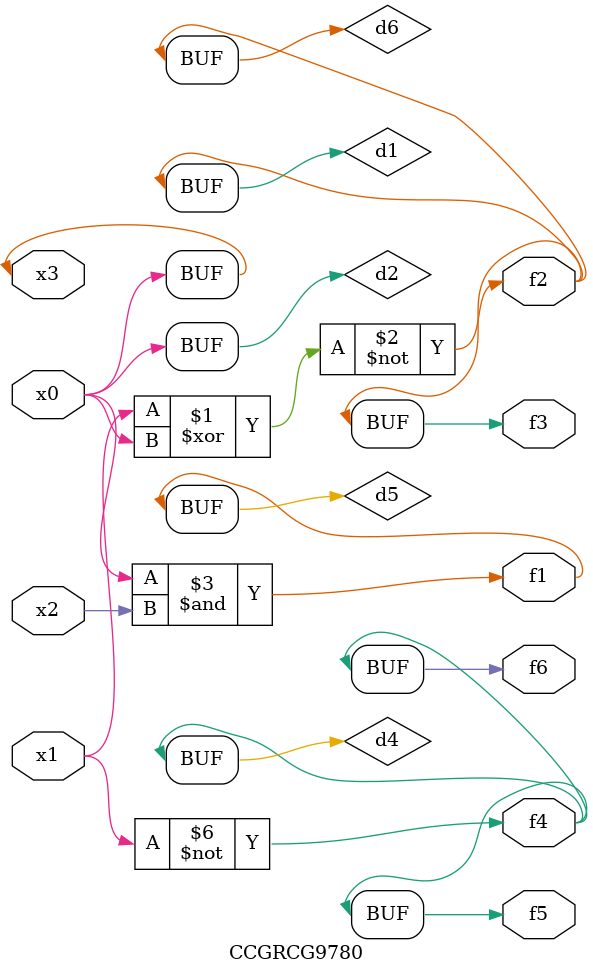
<source format=v>
module CCGRCG9780(
	input x0, x1, x2, x3,
	output f1, f2, f3, f4, f5, f6
);

	wire d1, d2, d3, d4, d5, d6;

	xnor (d1, x1, x3);
	buf (d2, x0, x3);
	nand (d3, x0, x2);
	not (d4, x1);
	nand (d5, d3);
	or (d6, d1);
	assign f1 = d5;
	assign f2 = d6;
	assign f3 = d6;
	assign f4 = d4;
	assign f5 = d4;
	assign f6 = d4;
endmodule

</source>
